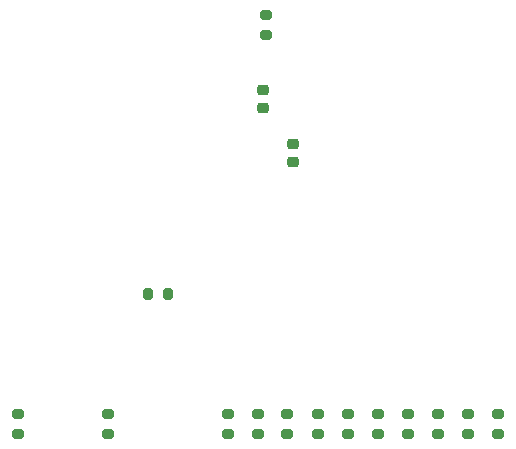
<source format=gbp>
G04 #@! TF.GenerationSoftware,KiCad,Pcbnew,9.0.7*
G04 #@! TF.CreationDate,2026-02-15T20:38:08+11:00*
G04 #@! TF.ProjectId,AmigaUSBFloppy,416d6967-6155-4534-9246-6c6f7070792e,rev?*
G04 #@! TF.SameCoordinates,Original*
G04 #@! TF.FileFunction,Paste,Bot*
G04 #@! TF.FilePolarity,Positive*
%FSLAX46Y46*%
G04 Gerber Fmt 4.6, Leading zero omitted, Abs format (unit mm)*
G04 Created by KiCad (PCBNEW 9.0.7) date 2026-02-15 20:38:08*
%MOMM*%
%LPD*%
G01*
G04 APERTURE LIST*
G04 Aperture macros list*
%AMRoundRect*
0 Rectangle with rounded corners*
0 $1 Rounding radius*
0 $2 $3 $4 $5 $6 $7 $8 $9 X,Y pos of 4 corners*
0 Add a 4 corners polygon primitive as box body*
4,1,4,$2,$3,$4,$5,$6,$7,$8,$9,$2,$3,0*
0 Add four circle primitives for the rounded corners*
1,1,$1+$1,$2,$3*
1,1,$1+$1,$4,$5*
1,1,$1+$1,$6,$7*
1,1,$1+$1,$8,$9*
0 Add four rect primitives between the rounded corners*
20,1,$1+$1,$2,$3,$4,$5,0*
20,1,$1+$1,$4,$5,$6,$7,0*
20,1,$1+$1,$6,$7,$8,$9,0*
20,1,$1+$1,$8,$9,$2,$3,0*%
G04 Aperture macros list end*
%ADD10RoundRect,0.200000X-0.275000X0.200000X-0.275000X-0.200000X0.275000X-0.200000X0.275000X0.200000X0*%
%ADD11RoundRect,0.225000X-0.250000X0.225000X-0.250000X-0.225000X0.250000X-0.225000X0.250000X0.225000X0*%
%ADD12RoundRect,0.200000X-0.200000X-0.275000X0.200000X-0.275000X0.200000X0.275000X-0.200000X0.275000X0*%
G04 APERTURE END LIST*
D10*
X170650000Y-103637500D03*
X170650000Y-105287500D03*
X137630000Y-103637500D03*
X137630000Y-105287500D03*
X163030000Y-103637500D03*
X163030000Y-105287500D03*
X173190000Y-103637500D03*
X173190000Y-105287500D03*
D11*
X160900000Y-80737499D03*
X160900000Y-82287499D03*
D10*
X165570000Y-103637500D03*
X165570000Y-105287500D03*
X168110000Y-103637500D03*
X168110000Y-105287500D03*
X160450000Y-103637500D03*
X160450000Y-105287500D03*
D12*
X148680000Y-93487500D03*
X150330000Y-93487500D03*
D10*
X158600000Y-69887500D03*
X158600000Y-71537500D03*
X157950000Y-103637500D03*
X157950000Y-105287500D03*
X175730000Y-103637500D03*
X175730000Y-105287500D03*
X155410000Y-103637500D03*
X155410000Y-105287500D03*
X178270000Y-103637500D03*
X178270000Y-105287500D03*
D11*
X158375000Y-76187500D03*
X158375000Y-77737500D03*
D10*
X145250000Y-103637500D03*
X145250000Y-105287500D03*
M02*

</source>
